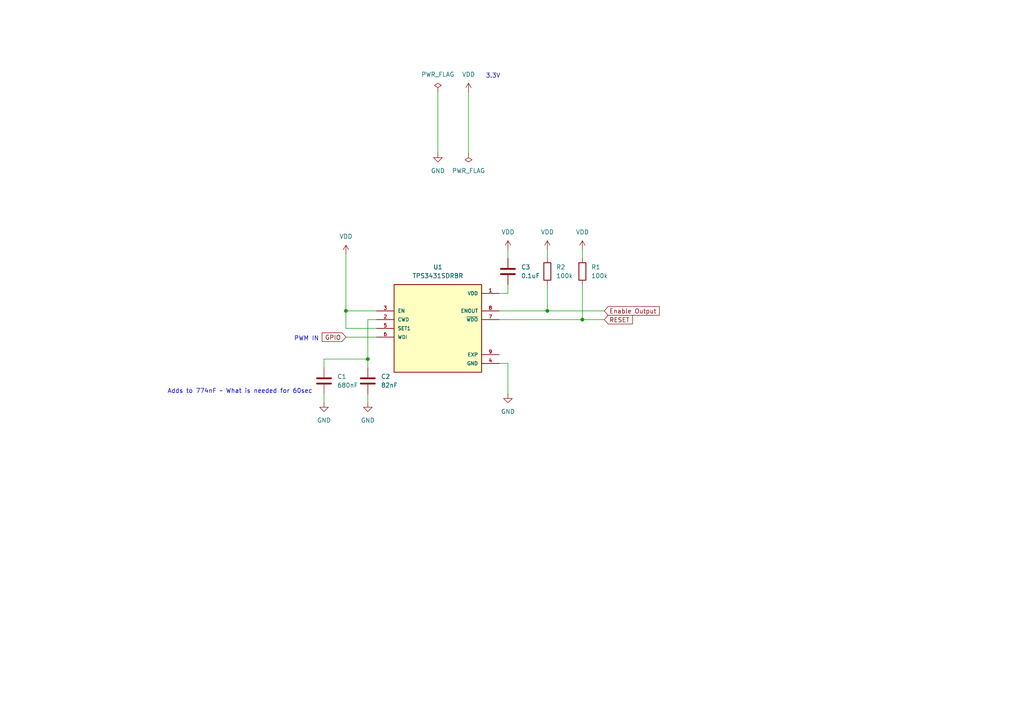
<source format=kicad_sch>
(kicad_sch (version 20250114) (generator "eeschema") (generator_version "9.0")
  (paper "A4")
  (lib_symbols
    (symbol "Device:C" (pin_numbers (hide yes)) (pin_names (offset 0.254))
      (property "Reference" "C" (at 0.635 2.54 0))
      (property "Value" "C" (at 0.635 -2.54 0))
      (symbol "C_0_1"
        (polyline (pts (xy -2.032 0.762) (xy 2.032 0.762)) (stroke (width 0.508)))
        (polyline (pts (xy -2.032 -0.762) (xy 2.032 -0.762)) (stroke (width 0.508)))
      )
      (symbol "C_1_1"
        (pin passive line (at 0 3.81 270) (length 2.794) (name "~") (number "1"))
        (pin passive line (at 0 -3.81 90) (length 2.794) (name "~") (number "2"))
      )
    )
    (symbol "Device:R" (pin_numbers (hide yes)) (pin_names (offset 0))
      (property "Reference" "R" (at 2.032 0 90))
      (property "Value" "R" (at 0 0 90))
      (symbol "R_0_1"
        (rectangle (start -1.016 -2.54) (end 1.016 2.54) (stroke (width 0.254)))
      )
      (symbol "R_1_1"
        (pin passive line (at 0 3.81 270) (length 1.27) (name "~") (number "1"))
        (pin passive line (at 0 -3.81 90) (length 1.27) (name "~") (number "2"))
      )
    )
    (symbol "TPS3431:TPS3431SDRBR" (pin_names (offset 1.016))
      (property "Reference" "U" (at -12.7 13.462 0))
      (property "Value" "TPS3431SDRBR" (at -12.7 -15.24 0))
      (symbol "TPS3431SDRBR_0_0"
        (rectangle (start -12.7 -12.7) (end 12.7 12.7) (stroke (width 0.254)) (fill (type background)))
        (pin input line (at -17.78 5.08 0) (length 5.08) (name "EN") (number "3"))
        (pin input line (at -17.78 2.54 0) (length 5.08) (name "CWD") (number "2"))
        (pin input line (at -17.78 0 0) (length 5.08) (name "SET1") (number "5"))
        (pin input line (at -17.78 -2.54 0) (length 5.08) (name "WDI") (number "6"))
        (pin power_in line (at 17.78 10.16 180) (length 5.08) (name "VDD") (number "1"))
        (pin output line (at 17.78 5.08 180) (length 5.08) (name "ENOUT") (number "8"))
        (pin output line (at 17.78 2.54 180) (length 5.08) (name "~{WDO}") (number "7"))
        (pin power_in line (at 17.78 -7.62 180) (length 5.08) (name "EXP") (number "9"))
        (pin power_in line (at 17.78 -10.16 180) (length 5.08) (name "GND") (number "4"))
      )
    )
    (symbol "power:GND" (power) (pin_numbers (hide yes)) (pin_names (offset 0) (hide yes))
      (property "Value" "GND" (at 0 -3.81 0))
      (symbol "GND_0_1"
        (polyline (pts (xy 0 0) (xy 0 -1.27) (xy 1.27 -1.27) (xy 0 -2.54) (xy -1.27 -1.27) (xy 0 -1.27)))
      )
      (symbol "GND_1_1"
        (pin power_in line (at 0 0 270) (length 0) (name "~") (number "1"))
      )
    )
    (symbol "power:PWR_FLAG" (power) (pin_numbers (hide yes)) (pin_names (offset 0) (hide yes))
      (property "Value" "PWR_FLAG" (at 0 3.81 0))
      (symbol "PWR_FLAG_0_0"
        (pin power_out line (at 0 0 90) (length 0) (name "~") (number "1"))
      )
      (symbol "PWR_FLAG_0_1"
        (polyline (pts (xy 0 0) (xy 0 1.27) (xy -1.016 1.905) (xy 0 2.54) (xy 1.016 1.905) (xy 0 1.27)))
      )
    )
    (symbol "power:VDD" (power) (pin_numbers (hide yes)) (pin_names (offset 0) (hide yes))
      (property "Value" "VDD" (at 0 3.556 0))
      (symbol "VDD_0_1"
        (polyline (pts (xy -0.762 1.27) (xy 0 2.54)))
        (polyline (pts (xy 0 2.54) (xy 0.762 1.27)))
        (polyline (pts (xy 0 0) (xy 0 2.54)))
      )
      (symbol "VDD_1_1"
        (pin power_in line (at 0 0 90) (length 0) (name "~") (number "1"))
      )
    )
  )
  (text "PWM IN" (at 88.9 98.298 0) (effects (font (size 1.27 1.27))))
  (text "3.3V\n" (at 143.002 22.098 0) (effects (font (size 1.27 1.27))))
  (text "Adds to 774nF ~ What is needed for 60sec\n" (at 69.596 113.538 0) (effects (font (size 1.27 1.27))))
  (junction (at 168.91 92.71))
  (junction (at 100.33 90.17))
  (junction (at 106.68 104.14))
  (junction (at 158.75 90.17))
  (wire (pts (xy 147.32 72.39) (xy 147.32 74.93)))
  (wire (pts (xy 100.33 97.79) (xy 109.22 97.79)))
  (wire (pts (xy 168.91 92.71) (xy 175.26 92.71)))
  (wire (pts (xy 144.78 92.71) (xy 168.91 92.71)))
  (wire (pts (xy 93.98 106.68) (xy 93.98 104.14)))
  (wire (pts (xy 106.68 92.71) (xy 106.68 104.14)))
  (wire (pts (xy 93.98 104.14) (xy 106.68 104.14)))
  (wire (pts (xy 158.75 90.17) (xy 175.26 90.17)))
  (wire (pts (xy 147.32 85.09) (xy 144.78 85.09)))
  (wire (pts (xy 135.89 26.67) (xy 135.89 44.45)))
  (wire (pts (xy 147.32 82.55) (xy 147.32 85.09)))
  (wire (pts (xy 147.32 105.41) (xy 147.32 114.3)))
  (wire (pts (xy 144.78 105.41) (xy 147.32 105.41)))
  (wire (pts (xy 100.33 73.66) (xy 100.33 90.17)))
  (wire (pts (xy 158.75 90.17) (xy 158.75 82.55)))
  (wire (pts (xy 168.91 72.39) (xy 168.91 74.93)))
  (wire (pts (xy 109.22 92.71) (xy 106.68 92.71)))
  (wire (pts (xy 100.33 95.25) (xy 109.22 95.25)))
  (wire (pts (xy 93.98 114.3) (xy 93.98 116.84)))
  (wire (pts (xy 168.91 82.55) (xy 168.91 92.71)))
  (wire (pts (xy 144.78 90.17) (xy 158.75 90.17)))
  (wire (pts (xy 158.75 72.39) (xy 158.75 74.93)))
  (wire (pts (xy 106.68 114.3) (xy 106.68 116.84)))
  (wire (pts (xy 100.33 90.17) (xy 109.22 90.17)))
  (wire (pts (xy 106.68 104.14) (xy 106.68 106.68)))
  (wire (pts (xy 127 26.67) (xy 127 44.45)))
  (wire (pts (xy 100.33 90.17) (xy 100.33 95.25)))
  (global_label "GPIO" (shape input) (at 100.33 97.79 180) (property "Intersheetrefs" "${INTERSHEET_REFS}" (effects (hide yes))))
  (global_label "RESET" (shape input) (at 175.26 92.71 0) (property "Intersheetrefs" "${INTERSHEET_REFS}" (effects (hide yes))))
  (global_label "Enable Output" (shape input) (at 175.26 90.17 0) (property "Intersheetrefs" "${INTERSHEET_REFS}" (effects (hide yes))))
  (symbol (lib_id "Device:C") (at 93.98 110.49 0) (unit 1)
    (property "Reference" "C1" (at 97.79 109.2199 0) (effects (justify left)))
    (property "Value" "680nF" (at 97.79 111.7599 0) (effects (justify left)))
    (property "Description" "Unpolarized capacitor" (effects (hide yes)))
  )
  (symbol (lib_id "power:VDD") (at 135.89 26.67 0) (unit 1)
    (property "Reference" "#PWR02" (effects (hide yes)))
    (property "Value" "VDD" (at 135.89 21.59 0))
    (property "Description" "Power symbol creates a global label with name \"VDD\"" (effects (hide yes)))
  )
  (symbol (lib_id "power:VDD") (at 168.91 72.39 0) (unit 1)
    (property "Reference" "#PWR08" (effects (hide yes)))
    (property "Value" "VDD" (at 168.91 67.31 0))
    (property "Description" "Power symbol creates a global label with name \"VDD\"" (effects (hide yes)))
  )
  (symbol (lib_id "power:GND") (at 106.68 116.84 0) (unit 1)
    (property "Reference" "#PWR06" (effects (hide yes)))
    (property "Value" "GND" (at 106.68 121.92 0))
    (property "Description" "Power symbol creates a global label with name \"GND\" , ground" (effects (hide yes)))
  )
  (symbol (lib_id "power:GND") (at 147.32 114.3 0) (unit 1)
    (property "Reference" "#PWR05" (effects (hide yes)))
    (property "Value" "GND" (at 147.32 119.38 0))
    (property "Description" "Power symbol creates a global label with name \"GND\" , ground" (effects (hide yes)))
  )
  (symbol (lib_id "power:PWR_FLAG") (at 135.89 44.45 180) (unit 1)
    (property "Reference" "#FLG02" (effects (hide yes)))
    (property "Value" "PWR_FLAG" (at 135.89 49.53 0))
    (property "Description" "Special symbol for telling ERC where power comes from" (effects (hide yes)))
  )
  (symbol (lib_id "power:GND") (at 93.98 116.84 0) (unit 1)
    (property "Reference" "#PWR07" (effects (hide yes)))
    (property "Value" "GND" (at 93.98 121.92 0))
    (property "Description" "Power symbol creates a global label with name \"GND\" , ground" (effects (hide yes)))
  )
  (symbol (lib_id "Device:R") (at 158.75 78.74 0) (unit 1)
    (property "Reference" "R2" (at 161.29 77.4699 0) (effects (justify left)))
    (property "Value" "100k" (at 161.29 80.0099 0) (effects (justify left)))
    (property "Description" "Resistor" (effects (hide yes)))
  )
  (symbol (lib_id "Device:R") (at 168.91 78.74 0) (unit 1)
    (property "Reference" "R1" (at 171.45 77.4699 0) (effects (justify left)))
    (property "Value" "100k" (at 171.45 80.0099 0) (effects (justify left)))
    (property "Description" "Resistor" (effects (hide yes)))
  )
  (symbol (lib_id "power:PWR_FLAG") (at 127 26.67 0) (unit 1)
    (property "Reference" "#FLG01" (effects (hide yes)))
    (property "Value" "PWR_FLAG" (at 127 21.59 0))
    (property "Description" "Special symbol for telling ERC where power comes from" (effects (hide yes)))
  )
  (symbol (lib_id "power:GND") (at 127 44.45 0) (unit 1)
    (property "Reference" "#PWR01" (effects (hide yes)))
    (property "Value" "GND" (at 127 49.53 0))
    (property "Description" "Power symbol creates a global label with name \"GND\" , ground" (effects (hide yes)))
  )
  (symbol (lib_id "power:VDD") (at 100.33 73.66 0) (unit 1)
    (property "Reference" "#PWR03" (effects (hide yes)))
    (property "Value" "VDD" (at 100.33 68.58 0))
    (property "Description" "Power symbol creates a global label with name \"VDD\"" (effects (hide yes)))
  )
  (symbol (lib_id "TPS3431:TPS3431SDRBR") (at 127 95.25 0) (unit 1)
    (property "Reference" "U1" (at 127 77.47 0))
    (property "Value" "TPS3431SDRBR" (at 127 80.01 0))
    (property "Footprint" "TPS3431SDRBR:IC_TPS3431SDRBR" (effects (hide yes)))
    (property "PARTREV" "A" (effects (hide yes)))
    (property "STANDARD" "Manufacturer Recommendations" (effects (hide yes)))
    (property "MAXIMUM_PACKAGE_HEIGHT" "1.0 mm" (effects (hide yes)))
    (property "MANUFACTURER" "Texas Instruments" (effects (hide yes)))
  )
  (symbol (lib_id "Device:C") (at 147.32 78.74 0) (unit 1)
    (property "Reference" "C3" (at 151.13 77.4699 0) (effects (justify left)))
    (property "Value" "0.1uF" (at 151.13 80.0099 0) (effects (justify left)))
    (property "Description" "Unpolarized capacitor" (effects (hide yes)))
  )
  (symbol (lib_id "power:VDD") (at 158.75 72.39 0) (unit 1)
    (property "Reference" "#PWR09" (effects (hide yes)))
    (property "Value" "VDD" (at 158.75 67.31 0))
    (property "Description" "Power symbol creates a global label with name \"VDD\"" (effects (hide yes)))
  )
  (symbol (lib_id "Device:C") (at 106.68 110.49 0) (unit 1)
    (property "Reference" "C2" (at 110.49 109.2199 0) (effects (justify left)))
    (property "Value" "82nF" (at 110.49 111.7599 0) (effects (justify left)))
    (property "Description" "Unpolarized capacitor" (effects (hide yes)))
  )
  (symbol (lib_id "power:VDD") (at 147.32 72.39 0) (unit 1)
    (property "Reference" "#PWR04" (effects (hide yes)))
    (property "Value" "VDD" (at 147.32 67.31 0))
    (property "Description" "Power symbol creates a global label with name \"VDD\"" (effects (hide yes)))
  )
)
</source>
